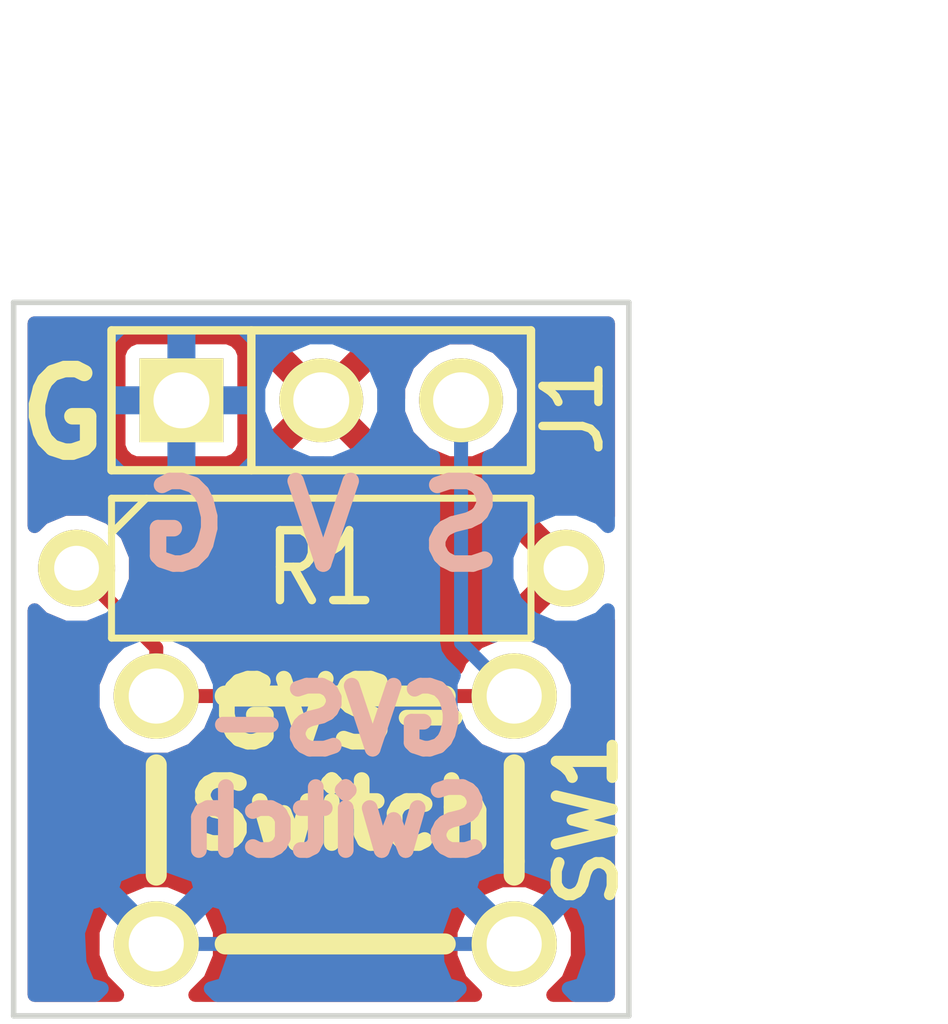
<source format=kicad_pcb>
(kicad_pcb (version 3) (host pcbnew "(2013-05-31 BZR 4019)-stable")

  (general
    (links 6)
    (no_connects 0)
    (area 31.369283 19.502001 53.009714 38.94836)
    (thickness 1.6)
    (drawings 10)
    (tracks 6)
    (zones 0)
    (modules 3)
    (nets 4)
  )

  (page A3)
  (layers
    (15 F.Cu signal)
    (0 B.Cu signal)
    (20 B.SilkS user)
    (21 F.SilkS user)
    (22 B.Mask user)
    (23 F.Mask user)
    (24 Dwgs.User user)
    (25 Cmts.User user)
    (28 Edge.Cuts user)
  )

  (setup
    (last_trace_width 0.254)
    (trace_clearance 0.254)
    (zone_clearance 0.2032)
    (zone_45_only no)
    (trace_min 0.254)
    (segment_width 0.2)
    (edge_width 0.1)
    (via_size 0.889)
    (via_drill 0.635)
    (via_min_size 0.889)
    (via_min_drill 0.508)
    (uvia_size 0.508)
    (uvia_drill 0.127)
    (uvias_allowed no)
    (uvia_min_size 0.508)
    (uvia_min_drill 0.127)
    (pcb_text_width 0.3)
    (pcb_text_size 1.5 1.5)
    (mod_edge_width 0.15)
    (mod_text_size 1 1)
    (mod_text_width 0.15)
    (pad_size 1.5 1.5)
    (pad_drill 0.6)
    (pad_to_mask_clearance 0)
    (aux_axis_origin 0 0)
    (visible_elements 7FFFFFFF)
    (pcbplotparams
      (layerselection 284196865)
      (usegerberextensions true)
      (excludeedgelayer true)
      (linewidth 0.150000)
      (plotframeref false)
      (viasonmask false)
      (mode 1)
      (useauxorigin false)
      (hpglpennumber 1)
      (hpglpenspeed 20)
      (hpglpendiameter 15)
      (hpglpenoverlay 2)
      (psnegative false)
      (psa4output false)
      (plotreference true)
      (plotvalue true)
      (plotothertext true)
      (plotinvisibletext false)
      (padsonsilk false)
      (subtractmaskfromsilk false)
      (outputformat 1)
      (mirror false)
      (drillshape 0)
      (scaleselection 1)
      (outputdirectory plots/))
  )

  (net 0 "")
  (net 1 /GND)
  (net 2 /SIG)
  (net 3 /VCC)

  (net_class Default "This is the default net class."
    (clearance 0.254)
    (trace_width 0.254)
    (via_dia 0.889)
    (via_drill 0.635)
    (uvia_dia 0.508)
    (uvia_drill 0.127)
    (add_net "")
    (add_net /GND)
    (add_net /SIG)
    (add_net /VCC)
  )

  (module SW-PB-6MM (layer F.Cu) (tedit 53B993CE) (tstamp 53B992CC)
    (at 38.862 34.036)
    (tags "SWITCH, OMRON")
    (path /53B994EA)
    (fp_text reference SW1 (at 4.572 0 90) (layer F.SilkS)
      (effects (font (size 1.016 1.016) (thickness 0.2032)))
    )
    (fp_text value SW_PUSH_OMRON (at 0.20066 4.04876) (layer F.SilkS) hide
      (effects (font (size 1.016 1.016) (thickness 0.2032)))
    )
    (fp_line (start -3.2512 -1.00076) (end -3.2512 1.00076) (layer F.SilkS) (width 0.381))
    (fp_line (start -1.99898 2.25044) (end 1.99898 2.25044) (layer F.SilkS) (width 0.381))
    (fp_line (start 3.2512 -1.00076) (end 3.2512 0.7493) (layer F.SilkS) (width 0.381))
    (fp_line (start 3.2512 0.7493) (end 3.2512 1.00076) (layer F.SilkS) (width 0.381))
    (fp_line (start -1.99898 -2.25044) (end 1.99898 -2.25044) (layer F.SilkS) (width 0.381))
    (pad 2 thru_hole circle (at 3.2512 -2.25044) (size 1.5494 1.5494) (drill 1.00076)
      (layers *.Cu *.Mask F.SilkS)
      (net 2 /SIG)
    )
    (pad 4 thru_hole circle (at 3.2512 2.25044) (size 1.5494 1.5494) (drill 1.00076)
      (layers *.Cu *.Mask F.SilkS)
      (net 1 /GND)
    )
    (pad 1 thru_hole circle (at -3.2512 -2.25044) (size 1.5494 1.5494) (drill 1.00076)
      (layers *.Cu *.Mask F.SilkS)
      (net 2 /SIG)
    )
    (pad 3 thru_hole circle (at -3.2512 2.25044) (size 1.5494 1.5494) (drill 1.00076)
      (layers *.Cu *.Mask F.SilkS)
      (net 1 /GND)
    )
  )

  (module R3-5 (layer F.Cu) (tedit 53B993B5) (tstamp 53B992DA)
    (at 38.608 29.464)
    (path /53B991CD)
    (fp_text reference R1 (at 0 0) (layer F.SilkS)
      (effects (font (size 1.27 1.016) (thickness 0.1524)))
    )
    (fp_text value 10K (at 0 0) (layer F.SilkS) hide
      (effects (font (size 1.27 1.016) (thickness 0.1524)))
    )
    (fp_line (start -3.81 -0.635) (end -3.81 1.27) (layer F.SilkS) (width 0.127))
    (fp_line (start -3.81 1.27) (end 3.81 1.27) (layer F.SilkS) (width 0.127))
    (fp_line (start 3.81 1.27) (end 3.81 -1.27) (layer F.SilkS) (width 0.127))
    (fp_line (start 3.81 -1.27) (end -3.81 -1.27) (layer F.SilkS) (width 0.127))
    (fp_line (start -3.81 -1.27) (end -3.81 -0.635) (layer F.SilkS) (width 0.127))
    (fp_line (start -4.445 0) (end -3.81 0) (layer F.SilkS) (width 0.127))
    (fp_line (start 3.81 0) (end 4.445 0) (layer F.SilkS) (width 0.127))
    (fp_line (start -3.81 -0.635) (end -3.175 -1.27) (layer F.SilkS) (width 0.127))
    (pad 1 thru_hole circle (at -4.445 0) (size 1.397 1.397) (drill 0.8128)
      (layers *.Cu *.Mask F.SilkS)
      (net 2 /SIG)
    )
    (pad 2 thru_hole circle (at 4.445 0) (size 1.397 1.397) (drill 0.8128)
      (layers *.Cu *.Mask F.SilkS)
      (net 3 /VCC)
    )
    (model discret/resistor.wrl
      (at (xyz 0 0 0))
      (scale (xyz 0.35 0.35 0.3))
      (rotate (xyz 0 0 0))
    )
  )

  (module PIN_ARRAY_3X1 (layer F.Cu) (tedit 53B9976C) (tstamp 53B9951D)
    (at 38.608 26.416)
    (descr "Connecteur 3 pins")
    (tags "CONN DEV")
    (path /53B991BD)
    (fp_text reference J1 (at 4.572 0.127 90) (layer F.SilkS)
      (effects (font (size 1.016 1.016) (thickness 0.1524)))
    )
    (fp_text value CONN_3 (at 0 -2.159) (layer F.SilkS) hide
      (effects (font (size 1.016 1.016) (thickness 0.1524)))
    )
    (fp_line (start -3.81 1.27) (end -3.81 -1.27) (layer F.SilkS) (width 0.1524))
    (fp_line (start -3.81 -1.27) (end 3.81 -1.27) (layer F.SilkS) (width 0.1524))
    (fp_line (start 3.81 -1.27) (end 3.81 1.27) (layer F.SilkS) (width 0.1524))
    (fp_line (start 3.81 1.27) (end -3.81 1.27) (layer F.SilkS) (width 0.1524))
    (fp_line (start -1.27 -1.27) (end -1.27 1.27) (layer F.SilkS) (width 0.1524))
    (pad 1 thru_hole rect (at -2.54 0) (size 1.524 1.524) (drill 1.016)
      (layers *.Cu *.Mask F.SilkS)
      (net 1 /GND)
    )
    (pad 2 thru_hole circle (at 0 0) (size 1.524 1.524) (drill 1.016)
      (layers *.Cu *.Mask F.SilkS)
      (net 3 /VCC)
    )
    (pad 3 thru_hole circle (at 2.54 0) (size 1.524 1.524) (drill 1.016)
      (layers *.Cu *.Mask F.SilkS)
      (net 2 /SIG)
    )
    (model pin_array/pins_array_3x1.wrl
      (at (xyz 0 0 0))
      (scale (xyz 1 1 1))
      (rotate (xyz 0 0 0))
    )
  )

  (gr_text "GVS-\nSwitch" (at 38.989 33.02) (layer F.SilkS)
    (effects (font (size 1.143 1.143) (thickness 0.28575)))
  )
  (gr_text "GVS-\nSwitch" (at 38.862 33.147) (layer B.SilkS)
    (effects (font (size 1.143 1.143) (thickness 0.28575)) (justify mirror))
  )
  (gr_text "S V G" (at 38.608 28.702) (layer B.SilkS)
    (effects (font (size 1.5 1.5) (thickness 0.3)) (justify mirror))
  )
  (gr_text G (at 33.909 26.67) (layer F.SilkS)
    (effects (font (size 1.5 1.5) (thickness 0.3)))
  )
  (dimension 11.176 (width 0.3) (layer Dwgs.User)
    (gr_text "0.4400 in" (at 38.608 21.002001) (layer Dwgs.User)
      (effects (font (size 1.5 1.5) (thickness 0.3)))
    )
    (feature1 (pts (xy 44.196 24.638) (xy 44.196 19.652001)))
    (feature2 (pts (xy 33.02 24.638) (xy 33.02 19.652001)))
    (crossbar (pts (xy 33.02 22.352001) (xy 44.196 22.352001)))
    (arrow1a (pts (xy 44.196 22.352001) (xy 43.069497 22.938421)))
    (arrow1b (pts (xy 44.196 22.352001) (xy 43.069497 21.765581)))
    (arrow2a (pts (xy 33.02 22.352001) (xy 34.146503 22.938421)))
    (arrow2b (pts (xy 33.02 22.352001) (xy 34.146503 21.765581)))
  )
  (dimension 12.954 (width 0.3) (layer Dwgs.User)
    (gr_text "0.5100 in" (at 47.323999 31.115 270) (layer Dwgs.User)
      (effects (font (size 1.5 1.5) (thickness 0.3)))
    )
    (feature1 (pts (xy 44.196 37.592) (xy 48.673999 37.592)))
    (feature2 (pts (xy 44.196 24.638) (xy 48.673999 24.638)))
    (crossbar (pts (xy 45.973999 24.638) (xy 45.973999 37.592)))
    (arrow1a (pts (xy 45.973999 37.592) (xy 45.387579 36.465497)))
    (arrow1b (pts (xy 45.973999 37.592) (xy 46.560419 36.465497)))
    (arrow2a (pts (xy 45.973999 24.638) (xy 45.387579 25.764503)))
    (arrow2b (pts (xy 45.973999 24.638) (xy 46.560419 25.764503)))
  )
  (gr_line (start 44.196 24.638) (end 33.02 24.638) (angle 90) (layer Edge.Cuts) (width 0.1))
  (gr_line (start 44.196 37.592) (end 44.196 24.638) (angle 90) (layer Edge.Cuts) (width 0.1))
  (gr_line (start 33.02 37.592) (end 44.196 37.592) (angle 90) (layer Edge.Cuts) (width 0.1))
  (gr_line (start 33.02 24.638) (end 33.02 37.592) (angle 90) (layer Edge.Cuts) (width 0.1))

  (segment (start 35.6108 36.28644) (end 42.1132 36.28644) (width 0.254) (layer B.Cu) (net 1))
  (segment (start 41.148 26.416) (end 41.148 30.82036) (width 0.254) (layer B.Cu) (net 2))
  (segment (start 41.148 30.82036) (end 42.1132 31.78556) (width 0.254) (layer B.Cu) (net 2) (tstamp 53B99711))
  (segment (start 35.6108 31.78556) (end 42.1132 31.78556) (width 0.254) (layer F.Cu) (net 2))
  (segment (start 35.6108 31.78556) (end 35.6108 30.9118) (width 0.254) (layer F.Cu) (net 2))
  (segment (start 35.6108 30.9118) (end 34.163 29.464) (width 0.254) (layer F.Cu) (net 2) (tstamp 53B99569))

  (zone (net 1) (net_name /GND) (layer B.Cu) (tstamp 53B9969C) (hatch edge 0.508)
    (connect_pads (clearance 0.2032))
    (min_thickness 0.254)
    (fill (arc_segments 16) (thermal_gap 0.508) (thermal_bridge_width 0.508))
    (polygon
      (pts
        (xy 33.02 24.638) (xy 44.196 24.638) (xy 44.196 37.592) (xy 33.02 37.592)
      )
    )
    (filled_polygon
      (pts
        (xy 43.8158 37.2118) (xy 43.534985 37.2118) (xy 43.216994 37.2118) (xy 43.217581 37.211213) (xy 43.102616 37.096248)
        (xy 43.346114 37.025224) (xy 43.534985 36.497171) (xy 43.507401 35.937037) (xy 43.346114 35.547656) (xy 43.2691 35.525192)
        (xy 43.2691 31.556686) (xy 43.093526 31.131764) (xy 42.768706 30.806377) (xy 42.344091 30.630062) (xy 41.884326 30.62966)
        (xy 41.736712 30.690652) (xy 41.656 30.609939) (xy 41.656 27.442825) (xy 41.794611 27.385553) (xy 42.116423 27.064302)
        (xy 42.2908 26.644354) (xy 42.291197 26.189641) (xy 42.117553 25.769389) (xy 41.796302 25.447577) (xy 41.376354 25.2732)
        (xy 40.921641 25.272803) (xy 40.501389 25.446447) (xy 40.179577 25.767698) (xy 40.0052 26.187646) (xy 40.004803 26.642359)
        (xy 40.178447 27.062611) (xy 40.499698 27.384423) (xy 40.64 27.442681) (xy 40.64 30.82036) (xy 40.678669 31.014763)
        (xy 40.78879 31.17957) (xy 41.018197 31.408978) (xy 40.957702 31.554669) (xy 40.9573 32.014434) (xy 41.132874 32.439356)
        (xy 41.457694 32.764743) (xy 41.882309 32.941058) (xy 42.342074 32.94146) (xy 42.766996 32.765886) (xy 43.092383 32.441066)
        (xy 43.268698 32.016451) (xy 43.2691 31.556686) (xy 43.2691 35.525192) (xy 43.102614 35.476631) (xy 42.923009 35.656236)
        (xy 42.923009 35.297026) (xy 42.851984 35.053526) (xy 42.323931 34.864655) (xy 41.763797 34.892239) (xy 41.374416 35.053526)
        (xy 41.303391 35.297026) (xy 42.1132 36.106835) (xy 42.923009 35.297026) (xy 42.923009 35.656236) (xy 42.292805 36.28644)
        (xy 42.306947 36.300582) (xy 42.127342 36.480187) (xy 42.1132 36.466045) (xy 42.099057 36.480187) (xy 41.933595 36.314725)
        (xy 41.919452 36.300582) (xy 41.933595 36.28644) (xy 41.123786 35.476631) (xy 40.880286 35.547656) (xy 40.691415 36.075709)
        (xy 40.718999 36.635843) (xy 40.880286 37.025224) (xy 41.123783 37.096248) (xy 41.008819 37.211213) (xy 41.009406 37.2118)
        (xy 39.751197 37.2118) (xy 39.751197 26.189641) (xy 39.577553 25.769389) (xy 39.256302 25.447577) (xy 38.836354 25.2732)
        (xy 38.381641 25.272803) (xy 37.961389 25.446447) (xy 37.639577 25.767698) (xy 37.4652 26.187646) (xy 37.46511 26.290729)
        (xy 37.46511 25.779755) (xy 37.464889 25.527136) (xy 37.368013 25.293832) (xy 37.189229 25.115359) (xy 36.955755 25.01889)
        (xy 36.35375 25.019) (xy 36.195 25.17775) (xy 36.195 26.289) (xy 37.30625 26.289) (xy 37.465 26.13025)
        (xy 37.46511 25.779755) (xy 37.46511 26.290729) (xy 37.464803 26.642359) (xy 37.638447 27.062611) (xy 37.959698 27.384423)
        (xy 38.379646 27.5588) (xy 38.834359 27.559197) (xy 39.254611 27.385553) (xy 39.576423 27.064302) (xy 39.7508 26.644354)
        (xy 39.751197 26.189641) (xy 39.751197 37.2118) (xy 37.46511 37.2118) (xy 37.46511 27.052245) (xy 37.465 26.70175)
        (xy 37.30625 26.543) (xy 36.195 26.543) (xy 36.195 27.65425) (xy 36.35375 27.813) (xy 36.955755 27.81311)
        (xy 37.189229 27.716641) (xy 37.368013 27.538168) (xy 37.464889 27.304864) (xy 37.46511 27.052245) (xy 37.46511 37.2118)
        (xy 37.032585 37.2118) (xy 36.714594 37.2118) (xy 36.715181 37.211213) (xy 36.600216 37.096248) (xy 36.843714 37.025224)
        (xy 37.032585 36.497171) (xy 37.005001 35.937037) (xy 36.843714 35.547656) (xy 36.7667 35.525192) (xy 36.7667 31.556686)
        (xy 36.591126 31.131764) (xy 36.266306 30.806377) (xy 35.941 30.671298) (xy 35.941 27.65425) (xy 35.941 26.543)
        (xy 35.941 26.289) (xy 35.941 25.17775) (xy 35.78225 25.019) (xy 35.180245 25.01889) (xy 34.946771 25.115359)
        (xy 34.767987 25.293832) (xy 34.671111 25.527136) (xy 34.67089 25.779755) (xy 34.671 26.13025) (xy 34.82975 26.289)
        (xy 35.941 26.289) (xy 35.941 26.543) (xy 34.82975 26.543) (xy 34.671 26.70175) (xy 34.67089 27.052245)
        (xy 34.671111 27.304864) (xy 34.767987 27.538168) (xy 34.946771 27.716641) (xy 35.180245 27.81311) (xy 35.78225 27.813)
        (xy 35.941 27.65425) (xy 35.941 30.671298) (xy 35.841691 30.630062) (xy 35.381926 30.62966) (xy 34.957004 30.805234)
        (xy 34.631617 31.130054) (xy 34.455302 31.554669) (xy 34.4549 32.014434) (xy 34.630474 32.439356) (xy 34.955294 32.764743)
        (xy 35.379909 32.941058) (xy 35.839674 32.94146) (xy 36.264596 32.765886) (xy 36.589983 32.441066) (xy 36.766298 32.016451)
        (xy 36.7667 31.556686) (xy 36.7667 35.525192) (xy 36.600214 35.476631) (xy 36.420609 35.656236) (xy 36.420609 35.297026)
        (xy 36.349584 35.053526) (xy 35.821531 34.864655) (xy 35.261397 34.892239) (xy 34.872016 35.053526) (xy 34.800991 35.297026)
        (xy 35.6108 36.106835) (xy 36.420609 35.297026) (xy 36.420609 35.656236) (xy 35.790405 36.28644) (xy 35.804547 36.300582)
        (xy 35.624942 36.480187) (xy 35.6108 36.466045) (xy 35.596657 36.480187) (xy 35.431195 36.314725) (xy 35.417052 36.300582)
        (xy 35.431195 36.28644) (xy 34.621386 35.476631) (xy 34.377886 35.547656) (xy 34.189015 36.075709) (xy 34.216599 36.635843)
        (xy 34.377886 37.025224) (xy 34.621383 37.096248) (xy 34.506419 37.211213) (xy 34.507006 37.2118) (xy 33.4002 37.2118)
        (xy 33.4002 30.227844) (xy 33.550714 30.378621) (xy 33.947332 30.543312) (xy 34.376784 30.543686) (xy 34.773688 30.379689)
        (xy 35.077621 30.076286) (xy 35.242312 29.679668) (xy 35.242686 29.250216) (xy 35.078689 28.853312) (xy 34.775286 28.549379)
        (xy 34.378668 28.384688) (xy 33.949216 28.384314) (xy 33.552312 28.548311) (xy 33.4002 28.700157) (xy 33.4002 25.0182)
        (xy 43.8158 25.0182) (xy 43.8158 28.700155) (xy 43.665286 28.549379) (xy 43.268668 28.384688) (xy 42.839216 28.384314)
        (xy 42.442312 28.548311) (xy 42.138379 28.851714) (xy 41.973688 29.248332) (xy 41.973314 29.677784) (xy 42.137311 30.074688)
        (xy 42.440714 30.378621) (xy 42.837332 30.543312) (xy 43.266784 30.543686) (xy 43.663688 30.379689) (xy 43.8158 30.227842)
        (xy 43.8158 37.2118)
      )
    )
  )
  (zone (net 3) (net_name /VCC) (layer F.Cu) (tstamp 53B996D0) (hatch edge 0.508)
    (connect_pads (clearance 0.2032))
    (min_thickness 0.254)
    (fill (arc_segments 16) (thermal_gap 0.508) (thermal_bridge_width 0.508))
    (polygon
      (pts
        (xy 33.02 24.638) (xy 44.196 24.638) (xy 44.196 37.592) (xy 33.02 37.592)
      )
    )
    (filled_polygon
      (pts
        (xy 43.8158 37.2118) (xy 43.807581 37.2118) (xy 42.822057 37.2118) (xy 43.092383 36.941946) (xy 43.268698 36.517331)
        (xy 43.2691 36.057566) (xy 43.093526 35.632644) (xy 42.768706 35.307257) (xy 42.344091 35.130942) (xy 41.884326 35.13054)
        (xy 41.459404 35.306114) (xy 41.134017 35.630934) (xy 40.957702 36.055549) (xy 40.9573 36.515314) (xy 41.132874 36.940236)
        (xy 41.403964 37.2118) (xy 36.319657 37.2118) (xy 36.589983 36.941946) (xy 36.766298 36.517331) (xy 36.7667 36.057566)
        (xy 36.591126 35.632644) (xy 36.266306 35.307257) (xy 35.841691 35.130942) (xy 35.381926 35.13054) (xy 34.957004 35.306114)
        (xy 34.631617 35.630934) (xy 34.455302 36.055549) (xy 34.4549 36.515314) (xy 34.630474 36.940236) (xy 34.901564 37.2118)
        (xy 33.4002 37.2118) (xy 33.4002 30.227844) (xy 33.550714 30.378621) (xy 33.947332 30.543312) (xy 34.376784 30.543686)
        (xy 34.481144 30.500565) (xy 34.871333 30.890754) (xy 34.631617 31.130054) (xy 34.455302 31.554669) (xy 34.4549 32.014434)
        (xy 34.630474 32.439356) (xy 34.955294 32.764743) (xy 35.379909 32.941058) (xy 35.839674 32.94146) (xy 36.264596 32.765886)
        (xy 36.589983 32.441066) (xy 36.651232 32.29356) (xy 41.072632 32.29356) (xy 41.132874 32.439356) (xy 41.457694 32.764743)
        (xy 41.882309 32.941058) (xy 42.342074 32.94146) (xy 42.766996 32.765886) (xy 43.092383 32.441066) (xy 43.268698 32.016451)
        (xy 43.2691 31.556686) (xy 43.093526 31.131764) (xy 42.768706 30.806377) (xy 42.344091 30.630062) (xy 41.884326 30.62966)
        (xy 41.459404 30.805234) (xy 41.134017 31.130054) (xy 41.072767 31.27756) (xy 39.408607 31.27756) (xy 39.408607 27.396212)
        (xy 38.608 26.595605) (xy 38.428395 26.77521) (xy 38.428395 26.416) (xy 37.627788 25.615393) (xy 37.385604 25.684858)
        (xy 37.211066 26.174082) (xy 37.211066 25.578547) (xy 37.153184 25.438463) (xy 37.046101 25.331192) (xy 36.906118 25.273066)
        (xy 36.754547 25.272934) (xy 35.230547 25.272934) (xy 35.090463 25.330816) (xy 34.983192 25.437899) (xy 34.925066 25.577882)
        (xy 34.924934 25.729453) (xy 34.924934 27.253453) (xy 34.982816 27.393537) (xy 35.089899 27.500808) (xy 35.229882 27.558934)
        (xy 35.381453 27.559066) (xy 36.905453 27.559066) (xy 37.045537 27.501184) (xy 37.152808 27.394101) (xy 37.210934 27.254118)
        (xy 37.211066 27.102547) (xy 37.211066 26.452222) (xy 37.22664 26.763369) (xy 37.385604 27.147142) (xy 37.627788 27.216607)
        (xy 38.428395 26.416) (xy 38.428395 26.77521) (xy 37.807393 27.396212) (xy 37.876858 27.638396) (xy 38.400304 27.825143)
        (xy 38.955369 27.79736) (xy 39.339142 27.638396) (xy 39.408607 27.396212) (xy 39.408607 31.27756) (xy 36.651367 31.27756)
        (xy 36.591126 31.131764) (xy 36.266306 30.806377) (xy 36.082662 30.730121) (xy 36.080131 30.717397) (xy 36.080131 30.717396)
        (xy 35.97001 30.55259) (xy 35.97001 30.552589) (xy 35.199702 29.782282) (xy 35.242312 29.679668) (xy 35.242686 29.250216)
        (xy 35.078689 28.853312) (xy 34.775286 28.549379) (xy 34.378668 28.384688) (xy 33.949216 28.384314) (xy 33.552312 28.548311)
        (xy 33.4002 28.700157) (xy 33.4002 25.0182) (xy 38.589078 25.0182) (xy 38.260631 25.03464) (xy 37.876858 25.193604)
        (xy 37.807393 25.435788) (xy 38.608 26.236395) (xy 39.408607 25.435788) (xy 39.339142 25.193604) (xy 38.84749 25.0182)
        (xy 43.8158 25.0182) (xy 43.8158 28.521592) (xy 43.80758 28.529811) (xy 43.745928 28.294202) (xy 43.24552 28.118076)
        (xy 42.715802 28.146854) (xy 42.360072 28.294202) (xy 42.298419 28.529814) (xy 43.053 29.284395) (xy 43.067142 29.270252)
        (xy 43.246747 29.449857) (xy 43.232605 29.464) (xy 43.246747 29.478142) (xy 43.067142 29.657747) (xy 43.053 29.643605)
        (xy 42.873395 29.82321) (xy 42.873395 29.464) (xy 42.291197 28.881802) (xy 42.291197 26.189641) (xy 42.117553 25.769389)
        (xy 41.796302 25.447577) (xy 41.376354 25.2732) (xy 40.921641 25.272803) (xy 40.501389 25.446447) (xy 40.179577 25.767698)
        (xy 40.0052 26.187646) (xy 40.00503 26.381706) (xy 39.98936 26.068631) (xy 39.830396 25.684858) (xy 39.588212 25.615393)
        (xy 38.787605 26.416) (xy 39.588212 27.216607) (xy 39.830396 27.147142) (xy 40.007852 26.649738) (xy 40.178447 27.062611)
        (xy 40.499698 27.384423) (xy 40.919646 27.5588) (xy 41.374359 27.559197) (xy 41.794611 27.385553) (xy 42.116423 27.064302)
        (xy 42.2908 26.644354) (xy 42.291197 26.189641) (xy 42.291197 28.881802) (xy 42.118814 28.709419) (xy 41.883202 28.771072)
        (xy 41.707076 29.27148) (xy 41.735854 29.801198) (xy 41.883202 30.156928) (xy 42.118814 30.218581) (xy 42.873395 29.464)
        (xy 42.873395 29.82321) (xy 42.298419 30.398186) (xy 42.360072 30.633798) (xy 42.86048 30.809924) (xy 43.390198 30.781146)
        (xy 43.745928 30.633798) (xy 43.80758 30.398188) (xy 43.807581 30.398189) (xy 43.8158 30.406408) (xy 43.8158 37.2118)
      )
    )
  )
)

</source>
